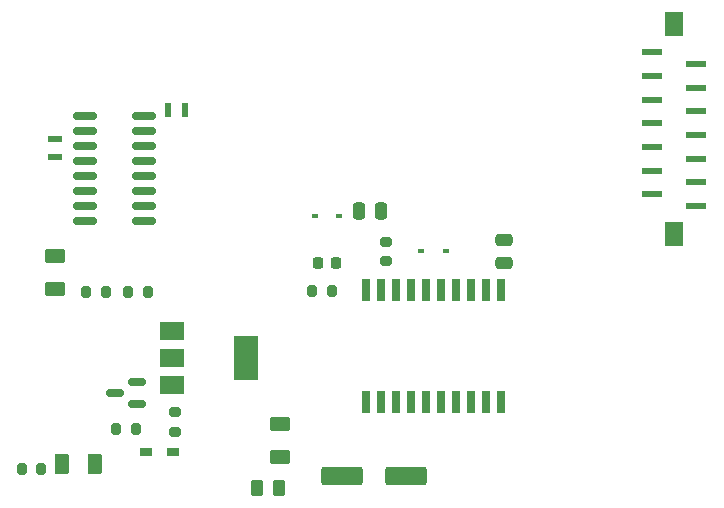
<source format=gtp>
%TF.GenerationSoftware,KiCad,Pcbnew,(6.0.10)*%
%TF.CreationDate,2023-02-17T01:50:23+01:00*%
%TF.ProjectId,base,62617365-2e6b-4696-9361-645f70636258,rev?*%
%TF.SameCoordinates,Original*%
%TF.FileFunction,Paste,Top*%
%TF.FilePolarity,Positive*%
%FSLAX46Y46*%
G04 Gerber Fmt 4.6, Leading zero omitted, Abs format (unit mm)*
G04 Created by KiCad (PCBNEW (6.0.10)) date 2023-02-17 01:50:23*
%MOMM*%
%LPD*%
G01*
G04 APERTURE LIST*
G04 Aperture macros list*
%AMRoundRect*
0 Rectangle with rounded corners*
0 $1 Rounding radius*
0 $2 $3 $4 $5 $6 $7 $8 $9 X,Y pos of 4 corners*
0 Add a 4 corners polygon primitive as box body*
4,1,4,$2,$3,$4,$5,$6,$7,$8,$9,$2,$3,0*
0 Add four circle primitives for the rounded corners*
1,1,$1+$1,$2,$3*
1,1,$1+$1,$4,$5*
1,1,$1+$1,$6,$7*
1,1,$1+$1,$8,$9*
0 Add four rect primitives between the rounded corners*
20,1,$1+$1,$2,$3,$4,$5,0*
20,1,$1+$1,$4,$5,$6,$7,0*
20,1,$1+$1,$6,$7,$8,$9,0*
20,1,$1+$1,$8,$9,$2,$3,0*%
G04 Aperture macros list end*
%ADD10RoundRect,0.200000X0.200000X0.275000X-0.200000X0.275000X-0.200000X-0.275000X0.200000X-0.275000X0*%
%ADD11RoundRect,0.200000X0.275000X-0.200000X0.275000X0.200000X-0.275000X0.200000X-0.275000X-0.200000X0*%
%ADD12R,1.600000X2.000000*%
%ADD13R,1.750000X0.500000*%
%ADD14R,0.600000X0.450000*%
%ADD15R,0.500000X1.250000*%
%ADD16RoundRect,0.250000X-1.500000X-0.550000X1.500000X-0.550000X1.500000X0.550000X-1.500000X0.550000X0*%
%ADD17RoundRect,0.200000X-0.200000X-0.275000X0.200000X-0.275000X0.200000X0.275000X-0.200000X0.275000X0*%
%ADD18RoundRect,0.250000X0.625000X-0.375000X0.625000X0.375000X-0.625000X0.375000X-0.625000X-0.375000X0*%
%ADD19RoundRect,0.250000X0.375000X0.625000X-0.375000X0.625000X-0.375000X-0.625000X0.375000X-0.625000X0*%
%ADD20RoundRect,0.250000X0.475000X-0.250000X0.475000X0.250000X-0.475000X0.250000X-0.475000X-0.250000X0*%
%ADD21RoundRect,0.150000X-0.825000X-0.150000X0.825000X-0.150000X0.825000X0.150000X-0.825000X0.150000X0*%
%ADD22R,1.250000X0.500000*%
%ADD23RoundRect,0.150000X0.587500X0.150000X-0.587500X0.150000X-0.587500X-0.150000X0.587500X-0.150000X0*%
%ADD24R,0.700000X1.925000*%
%ADD25RoundRect,0.200000X-0.275000X0.200000X-0.275000X-0.200000X0.275000X-0.200000X0.275000X0.200000X0*%
%ADD26R,2.000000X1.500000*%
%ADD27R,2.000000X3.800000*%
%ADD28RoundRect,0.225000X-0.225000X-0.250000X0.225000X-0.250000X0.225000X0.250000X-0.225000X0.250000X0*%
%ADD29R,1.000000X0.750000*%
%ADD30RoundRect,0.250000X0.250000X0.475000X-0.250000X0.475000X-0.250000X-0.475000X0.250000X-0.475000X0*%
%ADD31RoundRect,0.250000X-0.262500X-0.450000X0.262500X-0.450000X0.262500X0.450000X-0.262500X0.450000X0*%
G04 APERTURE END LIST*
D10*
%TO.C,R4*%
X128825000Y-104000000D03*
X127175000Y-104000000D03*
%TD*%
D11*
%TO.C,R6*%
X150000000Y-89825000D03*
X150000000Y-88175000D03*
%TD*%
D12*
%TO.C,J4*%
X174400000Y-87550000D03*
X174400000Y-69750000D03*
D13*
X172525000Y-72150000D03*
X176275000Y-73150000D03*
X172525000Y-74150000D03*
X176275000Y-75150000D03*
X172525000Y-76150000D03*
X176275000Y-77150000D03*
X172525000Y-78150000D03*
X176275000Y-79150000D03*
X172525000Y-80150000D03*
X176275000Y-81150000D03*
X172525000Y-82150000D03*
X176275000Y-83150000D03*
X172525000Y-84150000D03*
X176275000Y-85150000D03*
%TD*%
D14*
%TO.C,D4*%
X146050000Y-86000000D03*
X143950000Y-86000000D03*
%TD*%
D15*
%TO.C,C3*%
X133000000Y-77000000D03*
X131500000Y-77000000D03*
%TD*%
D16*
%TO.C,C1*%
X146300000Y-108000000D03*
X151700000Y-108000000D03*
%TD*%
D17*
%TO.C,R8*%
X119175000Y-107412500D03*
X120825000Y-107412500D03*
%TD*%
D18*
%TO.C,D1*%
X122000000Y-92200000D03*
X122000000Y-89400000D03*
%TD*%
D14*
%TO.C,D5*%
X155050000Y-89000000D03*
X152950000Y-89000000D03*
%TD*%
D19*
%TO.C,D6*%
X125400000Y-107000000D03*
X122600000Y-107000000D03*
%TD*%
D20*
%TO.C,C6*%
X160000000Y-89950000D03*
X160000000Y-88050000D03*
%TD*%
D10*
%TO.C,R1*%
X129825000Y-92412500D03*
X128175000Y-92412500D03*
%TD*%
D21*
%TO.C,U1*%
X124525000Y-77555000D03*
X124525000Y-78825000D03*
X124525000Y-80095000D03*
X124525000Y-81365000D03*
X124525000Y-82635000D03*
X124525000Y-83905000D03*
X124525000Y-85175000D03*
X124525000Y-86445000D03*
X129475000Y-86445000D03*
X129475000Y-85175000D03*
X129475000Y-83905000D03*
X129475000Y-82635000D03*
X129475000Y-81365000D03*
X129475000Y-80095000D03*
X129475000Y-78825000D03*
X129475000Y-77555000D03*
%TD*%
D10*
%TO.C,R2*%
X126262258Y-92477500D03*
X124612258Y-92477500D03*
%TD*%
D22*
%TO.C,C4*%
X122000000Y-81000000D03*
X122000000Y-79500000D03*
%TD*%
D23*
%TO.C,Q1*%
X128937500Y-101950000D03*
X128937500Y-100050000D03*
X127062500Y-101000000D03*
%TD*%
D24*
%TO.C,IC1*%
X148285000Y-101712000D03*
X149555000Y-101712000D03*
X150825000Y-101712000D03*
X152095000Y-101712000D03*
X153365000Y-101712000D03*
X154635000Y-101712000D03*
X155905000Y-101712000D03*
X157175000Y-101712000D03*
X158445000Y-101712000D03*
X159715000Y-101712000D03*
X159715000Y-92288000D03*
X158445000Y-92288000D03*
X157175000Y-92288000D03*
X155905000Y-92288000D03*
X154635000Y-92288000D03*
X153365000Y-92288000D03*
X152095000Y-92288000D03*
X150825000Y-92288000D03*
X149555000Y-92288000D03*
X148285000Y-92288000D03*
%TD*%
D25*
%TO.C,R3*%
X132110000Y-102619516D03*
X132110000Y-104269516D03*
%TD*%
D26*
%TO.C,U2*%
X131850000Y-95700000D03*
X131850000Y-98000000D03*
D27*
X138150000Y-98000000D03*
D26*
X131850000Y-100300000D03*
%TD*%
D28*
%TO.C,C7*%
X144225000Y-90000000D03*
X145775000Y-90000000D03*
%TD*%
D18*
%TO.C,D3*%
X141000000Y-106400000D03*
X141000000Y-103600000D03*
%TD*%
D29*
%TO.C,D2*%
X132000000Y-106000000D03*
X129650000Y-106000000D03*
%TD*%
D30*
%TO.C,C5*%
X149586252Y-85620000D03*
X147686252Y-85620000D03*
%TD*%
D10*
%TO.C,R7*%
X145387742Y-92347500D03*
X143737742Y-92347500D03*
%TD*%
D31*
%TO.C,R5*%
X139087500Y-109000000D03*
X140912500Y-109000000D03*
%TD*%
M02*

</source>
